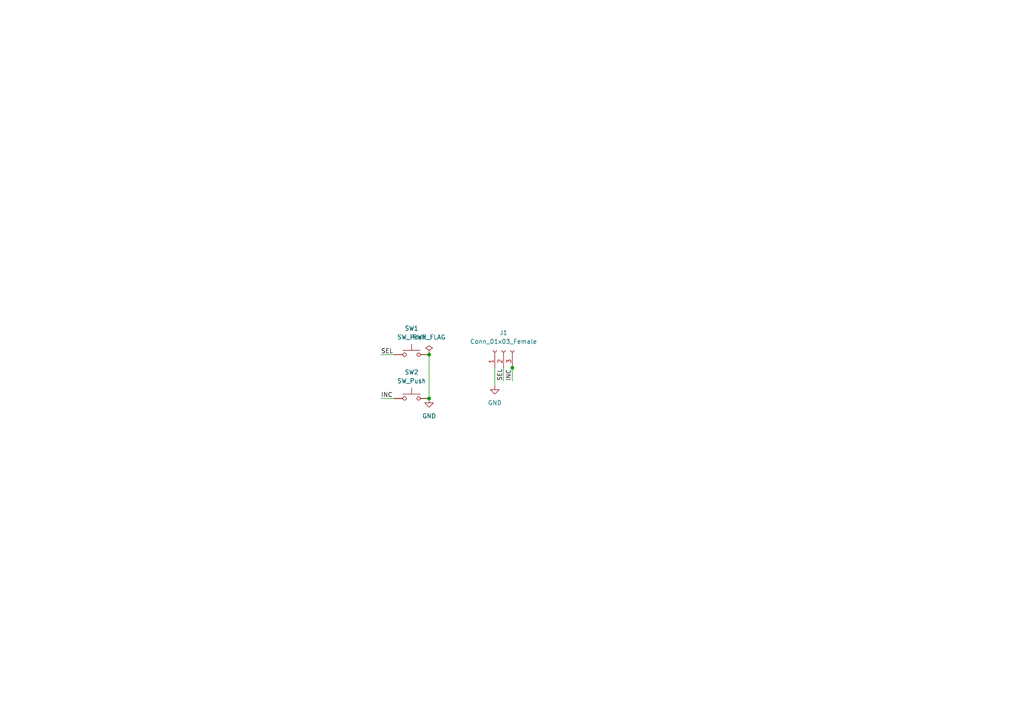
<source format=kicad_sch>
(kicad_sch (version 20211123) (generator eeschema)
  (paper "A4")
  (lib_symbols
    (symbol "Connector:Conn_01x03_Female" (pin_names (offset 1.016) hide)
      (property "Reference" "J" (at 0 5.08 0))
      (property "Value" "Conn_01x03_Female" (at 0 -5.08 0))
      (symbol "Conn_01x03_Female_1_1"
        (arc (start 0 -2.032) (mid -0.508 -2.54) (end 0 -3.048) (stroke (width 0.1524)))
        (polyline (pts (xy -1.27 -2.54) (xy -0.508 -2.54)) (stroke (width 0.1524)))
        (polyline (pts (xy -1.27 0) (xy -0.508 0)) (stroke (width 0.1524)))
        (polyline (pts (xy -1.27 2.54) (xy -0.508 2.54)) (stroke (width 0.1524)))
        (arc (start 0 0.508) (mid -0.508 0) (end 0 -0.508) (stroke (width 0.1524)))
        (arc (start 0 3.048) (mid -0.508 2.54) (end 0 2.032) (stroke (width 0.1524)))
        (pin passive line (at -5.08 2.54 0) (length 3.81) (name "Pin_1") (number "1"))
        (pin passive line (at -5.08 0 0) (length 3.81) (name "Pin_2") (number "2"))
        (pin passive line (at -5.08 -2.54 0) (length 3.81) (name "Pin_3") (number "3"))
      )
    )
    (symbol "Switch:SW_Push" (pin_numbers hide) (pin_names (offset 1.016) hide)
      (property "Reference" "SW" (at 1.27 2.54 0))
      (property "Value" "SW_Push" (at 0 -1.524 0))
      (symbol "SW_Push_0_1"
        (circle (center -2.032 0) (radius 0.508))
        (polyline (pts (xy 0 1.27) (xy 0 3.048)))
        (polyline (pts (xy 2.54 1.27) (xy -2.54 1.27)))
        (circle (center 2.032 0) (radius 0.508))
        (pin passive line (at -5.08 0 0) (length 2.54) (name "1") (number "1"))
        (pin passive line (at 5.08 0 180) (length 2.54) (name "2") (number "2"))
      )
    )
    (symbol "power:GND" (power) (pin_names (offset 0))
      (property "Value" "GND" (at 0 -3.81 0))
      (symbol "GND_0_1"
        (polyline (pts (xy 0 0) (xy 0 -1.27) (xy 1.27 -1.27) (xy 0 -2.54) (xy -1.27 -1.27) (xy 0 -1.27)))
      )
      (symbol "GND_1_1"
        (pin power_in line (at 0 0 270) (length 0) hide (name "GND") (number "1"))
      )
    )
    (symbol "power:PWR_FLAG" (power) (pin_numbers hide) (pin_names (offset 0) hide)
      (property "Value" "PWR_FLAG" (at 0 3.81 0))
      (symbol "PWR_FLAG_0_0"
        (pin power_out line (at 0 0 90) (length 0) (name "pwr") (number "1"))
      )
      (symbol "PWR_FLAG_0_1"
        (polyline (pts (xy 0 0) (xy 0 1.27) (xy -1.016 1.905) (xy 0 2.54) (xy 1.016 1.905) (xy 0 1.27)))
      )
    )
  )
  (junction (at 148.59 106.68))
  (junction (at 124.46 115.57))
  (junction (at 124.46 102.87))
  (wire (pts (xy 110.49 102.87) (xy 114.3 102.87)))
  (wire (pts (xy 143.51 106.68) (xy 143.51 111.76)))
  (wire (pts (xy 146.05 110.49) (xy 146.05 106.68)))
  (wire (pts (xy 110.49 115.57) (xy 114.3 115.57)))
  (wire (pts (xy 148.59 110.4666) (xy 148.59 106.68)))
  (wire (pts (xy 124.46 102.87) (xy 124.46 115.57)))
  (wire (pts (xy 148.59 106.68) (xy 148.59 106.6566)))
  (label "SEL" (at 146.05 110.49 90))
  (label "INC" (at 148.59 110.4666 90))
  (label "SEL" (at 110.49 102.87 0))
  (label "INC" (at 110.49 115.57 0))
  (symbol (lib_id "Connector:Conn_01x03_Female") (at 146.05 101.6 90) (unit 1)
    (property "Reference" "J1" (at 146.05 96.52 90))
    (property "Value" "Conn_01x03_Female" (at 146.05 99.06 90))
    (property "Footprint" "Matt:SMD_Pad_1x03_2mm" (effects hide))
  )
  (symbol (lib_id "power:GND") (at 124.46 115.57 0) (unit 1)
    (property "Reference" "#PWR0101" (effects hide))
    (property "Value" "GND" (at 124.46 120.65 0))
  )
  (symbol (lib_id "power:PWR_FLAG") (at 124.46 102.87 0) (unit 1)
    (property "Reference" "#FLG0101" (effects hide))
    (property "Value" "PWR_FLAG" (at 124.46 97.79 0))
  )
  (symbol (lib_id "Switch:SW_Push") (at 119.38 115.57 0) (unit 1)
    (property "Reference" "SW2" (at 119.38 107.95 0))
    (property "Value" "SW_Push" (at 119.38 110.49 0))
    (property "Footprint" "Button_Switch_THT:SW_PUSH_6mm_H4.3mm" (effects hide))
  )
  (symbol (lib_id "Switch:SW_Push") (at 119.38 102.87 0) (unit 1)
    (property "Reference" "SW1" (at 119.38 95.25 0))
    (property "Value" "SW_Push" (at 119.38 97.79 0))
    (property "Footprint" "Button_Switch_THT:SW_PUSH_6mm_H4.3mm" (effects hide))
  )
  (symbol (lib_id "power:GND") (at 143.51 111.76 0) (unit 1)
    (property "Reference" "#PWR0102" (effects hide))
    (property "Value" "GND" (at 143.51 116.84 0))
  )
)
</source>
